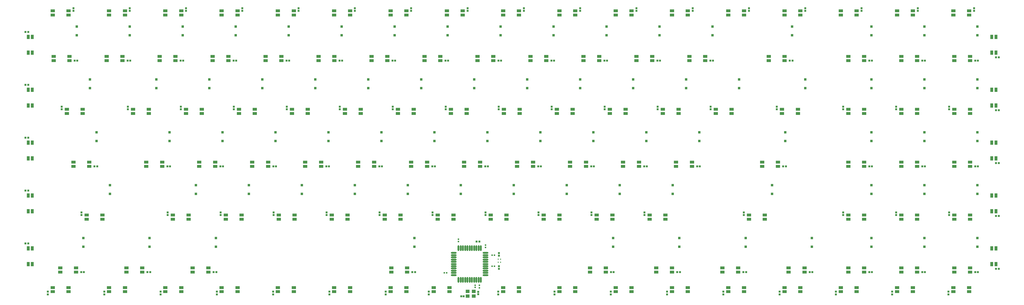
<source format=gbp>
G04*
G04 #@! TF.GenerationSoftware,Altium Limited,Altium Designer,20.1.14 (287)*
G04*
G04 Layer_Color=128*
%FSLAX25Y25*%
%MOIN*%
G70*
G04*
G04 #@! TF.SameCoordinates,5E7EC535-6302-435E-A40C-08F812187638*
G04*
G04*
G04 #@! TF.FilePolarity,Positive*
G04*
G01*
G75*
%ADD33R,0.05906X0.03937*%
%ADD34R,0.02835X0.02992*%
%ADD35R,0.03937X0.05906*%
%ADD36R,0.02992X0.02835*%
%ADD37R,0.03740X0.03543*%
%ADD38R,0.05512X0.04724*%
%ADD39R,0.02047X0.02047*%
%ADD40R,0.02047X0.02047*%
%ADD41O,0.02362X0.08071*%
%ADD42O,0.08071X0.02362*%
%ADD43R,0.02165X0.02165*%
%ADD44R,0.01772X0.01772*%
%ADD45R,0.02677X0.02520*%
%ADD46R,0.02520X0.02677*%
D33*
X947783Y16679D02*
D03*
X925342D02*
D03*
Y10773D02*
D03*
X947783D02*
D03*
X1027470Y16679D02*
D03*
X1005029D02*
D03*
Y10773D02*
D03*
X1027470D02*
D03*
X1107158Y16679D02*
D03*
X1084717D02*
D03*
Y10773D02*
D03*
X1107158D02*
D03*
X1186845Y16679D02*
D03*
X1164404D02*
D03*
Y10773D02*
D03*
X1186845D02*
D03*
X1266533Y16679D02*
D03*
X1244092D02*
D03*
Y10773D02*
D03*
X1266533D02*
D03*
X1346220Y16679D02*
D03*
X1323779D02*
D03*
Y10773D02*
D03*
X1346220D02*
D03*
X71220Y16679D02*
D03*
X48779D02*
D03*
Y10773D02*
D03*
X71220D02*
D03*
X150908Y16679D02*
D03*
X128467D02*
D03*
Y10773D02*
D03*
X150908D02*
D03*
X230595Y16679D02*
D03*
X208155D02*
D03*
Y10773D02*
D03*
X230595D02*
D03*
X310283Y16679D02*
D03*
X287842D02*
D03*
Y10773D02*
D03*
X310283D02*
D03*
X389970Y16679D02*
D03*
X367530D02*
D03*
Y10773D02*
D03*
X389970D02*
D03*
X469658Y16679D02*
D03*
X447217D02*
D03*
Y10773D02*
D03*
X469658D02*
D03*
X549345Y16679D02*
D03*
X526904D02*
D03*
Y10773D02*
D03*
X549345D02*
D03*
X610433Y16679D02*
D03*
X587992D02*
D03*
Y10773D02*
D03*
X610433D02*
D03*
X708720Y16679D02*
D03*
X686279D02*
D03*
Y10773D02*
D03*
X708720D02*
D03*
X788408Y16679D02*
D03*
X765967D02*
D03*
Y10773D02*
D03*
X788408D02*
D03*
X868095Y16679D02*
D03*
X845654D02*
D03*
Y10773D02*
D03*
X868095D02*
D03*
X447217Y403121D02*
D03*
X469658D02*
D03*
Y409027D02*
D03*
X447217D02*
D03*
X367530Y403121D02*
D03*
X389970D02*
D03*
Y409027D02*
D03*
X367530D02*
D03*
X287842Y403121D02*
D03*
X310283D02*
D03*
Y409027D02*
D03*
X287842D02*
D03*
X208155Y403121D02*
D03*
X230595D02*
D03*
Y409027D02*
D03*
X208155D02*
D03*
X128467Y403121D02*
D03*
X150908D02*
D03*
Y409027D02*
D03*
X128467D02*
D03*
X48779Y403121D02*
D03*
X71220D02*
D03*
Y409027D02*
D03*
X48779D02*
D03*
X1323779Y403121D02*
D03*
X1346220D02*
D03*
Y409027D02*
D03*
X1323779D02*
D03*
X1244092Y403121D02*
D03*
X1266533D02*
D03*
Y409027D02*
D03*
X1244092D02*
D03*
X1164404Y403121D02*
D03*
X1186845D02*
D03*
Y409027D02*
D03*
X1164404D02*
D03*
X1084717Y403121D02*
D03*
X1107158D02*
D03*
Y409027D02*
D03*
X1084717D02*
D03*
X1005029Y403121D02*
D03*
X1027470D02*
D03*
Y409027D02*
D03*
X1005029D02*
D03*
X925342Y403121D02*
D03*
X947783D02*
D03*
Y409027D02*
D03*
X925342D02*
D03*
X845654Y403121D02*
D03*
X868095D02*
D03*
Y409027D02*
D03*
X845654D02*
D03*
X765967Y403121D02*
D03*
X788408D02*
D03*
Y409027D02*
D03*
X765967D02*
D03*
X686279Y403121D02*
D03*
X708720D02*
D03*
Y409027D02*
D03*
X686279D02*
D03*
X606592Y403121D02*
D03*
X629033D02*
D03*
Y409027D02*
D03*
X606592D02*
D03*
X526904Y403121D02*
D03*
X549345D02*
D03*
Y409027D02*
D03*
X526904D02*
D03*
X147352Y344396D02*
D03*
Y338491D02*
D03*
X124911D02*
D03*
Y344396D02*
D03*
X199911D02*
D03*
Y338491D02*
D03*
X222352D02*
D03*
Y344396D02*
D03*
X297352D02*
D03*
Y338491D02*
D03*
X274911D02*
D03*
Y344396D02*
D03*
X349911D02*
D03*
Y338491D02*
D03*
X372352D02*
D03*
Y344396D02*
D03*
X447345D02*
D03*
Y338491D02*
D03*
X424904D02*
D03*
Y344396D02*
D03*
X499908Y344400D02*
D03*
Y338495D02*
D03*
X522349D02*
D03*
Y344400D02*
D03*
X672353Y344396D02*
D03*
Y338491D02*
D03*
X649912D02*
D03*
Y344396D02*
D03*
X724912D02*
D03*
Y338491D02*
D03*
X747353D02*
D03*
Y344396D02*
D03*
X822353D02*
D03*
Y338491D02*
D03*
X799912D02*
D03*
Y344396D02*
D03*
X874912D02*
D03*
Y338491D02*
D03*
X897353D02*
D03*
Y344396D02*
D03*
X972353D02*
D03*
Y338491D02*
D03*
X949912D02*
D03*
Y344396D02*
D03*
X1062412D02*
D03*
Y338491D02*
D03*
X1084853D02*
D03*
Y344396D02*
D03*
X1197353D02*
D03*
Y338491D02*
D03*
X1174912D02*
D03*
Y344396D02*
D03*
X1249909Y344399D02*
D03*
Y338493D02*
D03*
X1272350D02*
D03*
Y344399D02*
D03*
X1347353Y344396D02*
D03*
Y338491D02*
D03*
X1324912D02*
D03*
Y344396D02*
D03*
X78033Y194393D02*
D03*
Y188488D02*
D03*
X100474D02*
D03*
Y194393D02*
D03*
X203599Y194394D02*
D03*
Y188488D02*
D03*
X181158D02*
D03*
Y194394D02*
D03*
X256158D02*
D03*
Y188488D02*
D03*
X278599D02*
D03*
Y194394D02*
D03*
X353599D02*
D03*
Y188488D02*
D03*
X331158D02*
D03*
Y194394D02*
D03*
X406159Y194394D02*
D03*
Y188488D02*
D03*
X428600D02*
D03*
Y194394D02*
D03*
X503599Y194394D02*
D03*
Y188489D02*
D03*
X481158D02*
D03*
Y194394D02*
D03*
X556158D02*
D03*
Y188489D02*
D03*
X578599D02*
D03*
Y194394D02*
D03*
X653599D02*
D03*
Y188489D02*
D03*
X631158D02*
D03*
Y194394D02*
D03*
X706158D02*
D03*
Y188489D02*
D03*
X728599D02*
D03*
Y194394D02*
D03*
X803599D02*
D03*
Y188489D02*
D03*
X781158D02*
D03*
Y194394D02*
D03*
X856158D02*
D03*
Y188489D02*
D03*
X878599D02*
D03*
Y194394D02*
D03*
X953599D02*
D03*
Y188489D02*
D03*
X931158D02*
D03*
Y194394D02*
D03*
X1053032D02*
D03*
Y188489D02*
D03*
X1075473D02*
D03*
Y194394D02*
D03*
X1112973Y44395D02*
D03*
Y38489D02*
D03*
X1090532D02*
D03*
Y44395D02*
D03*
X1174912Y194396D02*
D03*
Y188491D02*
D03*
X1197353D02*
D03*
Y194396D02*
D03*
X1272353D02*
D03*
Y188491D02*
D03*
X1249912D02*
D03*
Y194396D02*
D03*
X1324912Y194396D02*
D03*
Y188491D02*
D03*
X1347353D02*
D03*
Y194396D02*
D03*
X81724Y44394D02*
D03*
Y38488D02*
D03*
X59283D02*
D03*
Y44394D02*
D03*
X153033Y44394D02*
D03*
Y38489D02*
D03*
X175474D02*
D03*
Y44394D02*
D03*
X269224Y44394D02*
D03*
Y38489D02*
D03*
X246783D02*
D03*
Y44394D02*
D03*
X528032Y44395D02*
D03*
Y38489D02*
D03*
X550473D02*
D03*
Y44395D02*
D03*
X831725D02*
D03*
Y38489D02*
D03*
X809284D02*
D03*
Y44395D02*
D03*
X903032D02*
D03*
Y38489D02*
D03*
X925473D02*
D03*
Y44395D02*
D03*
X1019225D02*
D03*
Y38489D02*
D03*
X996784D02*
D03*
Y44395D02*
D03*
X1174912Y44397D02*
D03*
Y38491D02*
D03*
X1197353D02*
D03*
Y44397D02*
D03*
X1347353Y44397D02*
D03*
Y38491D02*
D03*
X1324912D02*
D03*
Y44397D02*
D03*
X49908Y344399D02*
D03*
Y338493D02*
D03*
X72349D02*
D03*
Y344399D02*
D03*
X1272353Y44397D02*
D03*
Y38491D02*
D03*
X1249912D02*
D03*
Y44397D02*
D03*
X574912Y344396D02*
D03*
Y338491D02*
D03*
X597353D02*
D03*
Y344396D02*
D03*
X184852Y269396D02*
D03*
Y263491D02*
D03*
X162411D02*
D03*
Y269396D02*
D03*
X259852D02*
D03*
Y263491D02*
D03*
X237411D02*
D03*
Y269396D02*
D03*
X334852D02*
D03*
Y263491D02*
D03*
X312411D02*
D03*
Y269396D02*
D03*
X409853Y269397D02*
D03*
Y263491D02*
D03*
X387411D02*
D03*
Y269397D02*
D03*
X484853Y269396D02*
D03*
Y263491D02*
D03*
X462412D02*
D03*
Y269396D02*
D03*
X634853D02*
D03*
Y263491D02*
D03*
X612412D02*
D03*
Y269396D02*
D03*
X709853D02*
D03*
Y263491D02*
D03*
X687412D02*
D03*
Y269396D02*
D03*
X784853D02*
D03*
Y263491D02*
D03*
X762412D02*
D03*
Y269396D02*
D03*
X859853D02*
D03*
Y263491D02*
D03*
X837412D02*
D03*
Y269396D02*
D03*
X934853D02*
D03*
Y263491D02*
D03*
X912412D02*
D03*
Y269396D02*
D03*
X1009853D02*
D03*
Y263491D02*
D03*
X987412D02*
D03*
Y269396D02*
D03*
X1103599Y269394D02*
D03*
Y263489D02*
D03*
X1081158D02*
D03*
Y269394D02*
D03*
X1197353Y269396D02*
D03*
Y263491D02*
D03*
X1174912D02*
D03*
Y269396D02*
D03*
X1272353D02*
D03*
Y263491D02*
D03*
X1249912D02*
D03*
Y269396D02*
D03*
X1347353Y269396D02*
D03*
Y263491D02*
D03*
X1324912D02*
D03*
Y269396D02*
D03*
X119224Y119394D02*
D03*
Y113488D02*
D03*
X96783D02*
D03*
Y119394D02*
D03*
X241099Y119394D02*
D03*
Y113488D02*
D03*
X218658D02*
D03*
Y119394D02*
D03*
X316099D02*
D03*
Y113488D02*
D03*
X293658D02*
D03*
Y119394D02*
D03*
X391100Y119394D02*
D03*
Y113489D02*
D03*
X368659D02*
D03*
Y119394D02*
D03*
X466099Y119395D02*
D03*
Y113489D02*
D03*
X443658D02*
D03*
Y119395D02*
D03*
X541099D02*
D03*
Y113489D02*
D03*
X518658D02*
D03*
Y119395D02*
D03*
X616099D02*
D03*
Y113489D02*
D03*
X593658D02*
D03*
Y119395D02*
D03*
X691099D02*
D03*
Y113489D02*
D03*
X668658D02*
D03*
Y119395D02*
D03*
X766099D02*
D03*
Y113489D02*
D03*
X743658D02*
D03*
Y119395D02*
D03*
X841099D02*
D03*
Y113489D02*
D03*
X818658D02*
D03*
Y119395D02*
D03*
X916099D02*
D03*
Y113489D02*
D03*
X893658D02*
D03*
Y119395D02*
D03*
X1056725D02*
D03*
Y113489D02*
D03*
X1034284D02*
D03*
Y119395D02*
D03*
X1197353Y119397D02*
D03*
Y113491D02*
D03*
X1174912D02*
D03*
Y119397D02*
D03*
X1272353D02*
D03*
Y113491D02*
D03*
X1249912D02*
D03*
Y119397D02*
D03*
X1347353Y119397D02*
D03*
Y113491D02*
D03*
X1324912D02*
D03*
Y119397D02*
D03*
X91099Y269393D02*
D03*
Y263488D02*
D03*
X68658D02*
D03*
Y269393D02*
D03*
X559853Y269396D02*
D03*
Y263491D02*
D03*
X537412D02*
D03*
Y269396D02*
D03*
D34*
X918462Y10746D02*
D03*
Y6887D02*
D03*
X998149Y10746D02*
D03*
Y6887D02*
D03*
X1077837Y10746D02*
D03*
Y6887D02*
D03*
X1157524Y10746D02*
D03*
Y6887D02*
D03*
X1237212Y10746D02*
D03*
Y6887D02*
D03*
X1316899Y10746D02*
D03*
Y6887D02*
D03*
X41899Y10746D02*
D03*
Y6887D02*
D03*
X121587Y10746D02*
D03*
Y6887D02*
D03*
X201274Y10746D02*
D03*
Y6887D02*
D03*
X280962Y10746D02*
D03*
Y6887D02*
D03*
X360649Y10746D02*
D03*
Y6887D02*
D03*
X440337Y10746D02*
D03*
Y6887D02*
D03*
X520024Y10746D02*
D03*
Y6887D02*
D03*
X581112Y10746D02*
D03*
Y6887D02*
D03*
X679399Y10746D02*
D03*
Y6887D02*
D03*
X759087Y10746D02*
D03*
Y6887D02*
D03*
X838774Y10746D02*
D03*
Y6887D02*
D03*
X476538Y409054D02*
D03*
Y412913D02*
D03*
X396850Y409054D02*
D03*
Y412913D02*
D03*
X317163Y409054D02*
D03*
Y412913D02*
D03*
X237475Y409054D02*
D03*
Y412913D02*
D03*
X157788Y409054D02*
D03*
Y412913D02*
D03*
X78101Y409054D02*
D03*
Y412913D02*
D03*
X1353100Y409054D02*
D03*
Y412913D02*
D03*
X1273413Y409054D02*
D03*
Y412913D02*
D03*
X1193725Y409054D02*
D03*
Y412913D02*
D03*
X1114038Y409054D02*
D03*
Y412913D02*
D03*
X1034350Y409054D02*
D03*
Y412913D02*
D03*
X954663Y409054D02*
D03*
Y412913D02*
D03*
X874975Y409054D02*
D03*
Y412913D02*
D03*
X795288Y409054D02*
D03*
Y412913D02*
D03*
X715600Y409054D02*
D03*
Y412913D02*
D03*
X635913Y409054D02*
D03*
Y412913D02*
D03*
X556225Y409054D02*
D03*
Y412913D02*
D03*
X155131Y269484D02*
D03*
Y273342D02*
D03*
X230131Y269484D02*
D03*
Y273342D02*
D03*
X305131Y269484D02*
D03*
Y273342D02*
D03*
X380132Y269485D02*
D03*
Y273343D02*
D03*
X455132Y269484D02*
D03*
Y273342D02*
D03*
X605132Y269484D02*
D03*
Y273342D02*
D03*
X680132Y269484D02*
D03*
Y273342D02*
D03*
X755132Y269484D02*
D03*
Y273342D02*
D03*
X830132Y269484D02*
D03*
Y273342D02*
D03*
X905132Y269484D02*
D03*
Y273342D02*
D03*
X980132Y269484D02*
D03*
Y273342D02*
D03*
X1073878Y269482D02*
D03*
Y273341D02*
D03*
X1167632Y269484D02*
D03*
Y273342D02*
D03*
X1242632Y269484D02*
D03*
Y273342D02*
D03*
X1317632Y269484D02*
D03*
Y273342D02*
D03*
X89503Y119481D02*
D03*
Y123340D02*
D03*
X211379Y119482D02*
D03*
Y123340D02*
D03*
X286379Y119482D02*
D03*
Y123340D02*
D03*
X361379Y119482D02*
D03*
Y123340D02*
D03*
X436378Y119483D02*
D03*
Y123341D02*
D03*
X511378Y119483D02*
D03*
Y123341D02*
D03*
X586378Y119483D02*
D03*
Y123341D02*
D03*
X661378Y119483D02*
D03*
Y123341D02*
D03*
X736378Y119483D02*
D03*
Y123341D02*
D03*
X811378Y119483D02*
D03*
Y123341D02*
D03*
X886378Y119483D02*
D03*
Y123341D02*
D03*
X1027005Y119483D02*
D03*
Y123341D02*
D03*
X1167632Y119484D02*
D03*
Y123343D02*
D03*
X1242632Y119484D02*
D03*
Y123343D02*
D03*
X1317632Y119485D02*
D03*
Y123343D02*
D03*
X61378Y269481D02*
D03*
Y273340D02*
D03*
X530132Y269484D02*
D03*
Y273342D02*
D03*
X680315Y43071D02*
D03*
Y46850D02*
D03*
Y61890D02*
D03*
Y65669D02*
D03*
D35*
X1378121Y72350D02*
D03*
Y49909D02*
D03*
X1384027D02*
D03*
Y72350D02*
D03*
X1378121Y147349D02*
D03*
Y124908D02*
D03*
X1384027D02*
D03*
Y147349D02*
D03*
X1378121Y222349D02*
D03*
Y199908D02*
D03*
X1384027D02*
D03*
Y222349D02*
D03*
X1378121Y297349D02*
D03*
Y274908D02*
D03*
X1384027D02*
D03*
Y297349D02*
D03*
X19879Y349910D02*
D03*
Y372352D02*
D03*
X13973D02*
D03*
Y349910D02*
D03*
X19879Y274905D02*
D03*
Y297346D02*
D03*
X13973D02*
D03*
Y274905D02*
D03*
X19879Y199905D02*
D03*
Y222346D02*
D03*
X13973D02*
D03*
Y199905D02*
D03*
X19879Y124905D02*
D03*
Y147346D02*
D03*
X13973D02*
D03*
Y124905D02*
D03*
X19879Y49905D02*
D03*
Y72346D02*
D03*
X13973D02*
D03*
Y49905D02*
D03*
X1378121Y372349D02*
D03*
Y349908D02*
D03*
X1384027D02*
D03*
Y372349D02*
D03*
D36*
X1384054Y43029D02*
D03*
X1387912D02*
D03*
X1384054Y118028D02*
D03*
X1387912D02*
D03*
X1384054Y193028D02*
D03*
X1387912D02*
D03*
X1384054Y268028D02*
D03*
X1387912D02*
D03*
X13946Y379232D02*
D03*
X10087D02*
D03*
X13946Y304226D02*
D03*
X10087D02*
D03*
X13946Y229226D02*
D03*
X10087D02*
D03*
X13946Y154226D02*
D03*
X10087D02*
D03*
X13946Y79226D02*
D03*
X10087D02*
D03*
X1384054Y343028D02*
D03*
X1387912D02*
D03*
X154669Y338491D02*
D03*
X158527D02*
D03*
X233527D02*
D03*
X229669D02*
D03*
X304669D02*
D03*
X308527D02*
D03*
X383527D02*
D03*
X379669D02*
D03*
X454662D02*
D03*
X458520D02*
D03*
X533524Y338495D02*
D03*
X529666D02*
D03*
X679670Y338491D02*
D03*
X683528D02*
D03*
X758528D02*
D03*
X754670D02*
D03*
X829670D02*
D03*
X833528D02*
D03*
X908528D02*
D03*
X904670D02*
D03*
X979670D02*
D03*
X983528D02*
D03*
X1096028D02*
D03*
X1092170D02*
D03*
X1204670D02*
D03*
X1208528D02*
D03*
X1283525Y338493D02*
D03*
X1279667D02*
D03*
X1354670Y338491D02*
D03*
X1358528D02*
D03*
X111649Y188488D02*
D03*
X107791D02*
D03*
X210916Y188488D02*
D03*
X214774D02*
D03*
X289774D02*
D03*
X285916D02*
D03*
X360916D02*
D03*
X364774D02*
D03*
X439775Y188488D02*
D03*
X435916D02*
D03*
X510916Y188489D02*
D03*
X514774D02*
D03*
X589774D02*
D03*
X585916D02*
D03*
X660916D02*
D03*
X664774D02*
D03*
X739774D02*
D03*
X735916D02*
D03*
X810916D02*
D03*
X814774D02*
D03*
X889774D02*
D03*
X885916D02*
D03*
X960916D02*
D03*
X964774D02*
D03*
X1086648D02*
D03*
X1082790D02*
D03*
X1120290Y38489D02*
D03*
X1124148D02*
D03*
X1208528Y188491D02*
D03*
X1204670D02*
D03*
X1279670D02*
D03*
X1283528D02*
D03*
X1358528Y188491D02*
D03*
X1354670D02*
D03*
X89041Y38488D02*
D03*
X92899D02*
D03*
X186649Y38489D02*
D03*
X182791D02*
D03*
X276541Y38489D02*
D03*
X280399D02*
D03*
X561648Y38489D02*
D03*
X557790D02*
D03*
X839042D02*
D03*
X842900D02*
D03*
X936648D02*
D03*
X932790D02*
D03*
X1026542D02*
D03*
X1030400D02*
D03*
X1208528Y38491D02*
D03*
X1204670D02*
D03*
X1354670Y38491D02*
D03*
X1358528D02*
D03*
X83524Y338493D02*
D03*
X79666D02*
D03*
X1279670Y38491D02*
D03*
X1283528D02*
D03*
X608528Y338491D02*
D03*
X604670D02*
D03*
X648858Y81890D02*
D03*
X652716D02*
D03*
D37*
X157739Y386853D02*
D03*
X157739Y374452D02*
D03*
X232739D02*
D03*
X232739Y386853D02*
D03*
X307739D02*
D03*
X307739Y374452D02*
D03*
X382739D02*
D03*
X382739Y386853D02*
D03*
X457732D02*
D03*
X457732Y374452D02*
D03*
X532736Y374455D02*
D03*
X532736Y386857D02*
D03*
X682740Y386853D02*
D03*
X682740Y374452D02*
D03*
X757740D02*
D03*
X757740Y386853D02*
D03*
X832740D02*
D03*
X832740Y374452D02*
D03*
X907740D02*
D03*
X907740Y386853D02*
D03*
X982740D02*
D03*
X982740Y374452D02*
D03*
X1095240D02*
D03*
X1095240Y386853D02*
D03*
X1207740D02*
D03*
X1207740Y374452D02*
D03*
X1282737Y374454D02*
D03*
X1282737Y386856D02*
D03*
X1357740Y386853D02*
D03*
X1357740Y374452D02*
D03*
X110861Y224448D02*
D03*
X110861Y236850D02*
D03*
X213986Y236850D02*
D03*
X213986Y224449D02*
D03*
X288986D02*
D03*
X288986Y236850D02*
D03*
X363986D02*
D03*
X363986Y224449D02*
D03*
X438986Y224449D02*
D03*
X438986Y236851D02*
D03*
X513986Y236851D02*
D03*
X513986Y224450D02*
D03*
X588986D02*
D03*
X588986Y236851D02*
D03*
X663986D02*
D03*
X663986Y224450D02*
D03*
X738986D02*
D03*
X738986Y236851D02*
D03*
X813986D02*
D03*
X813986Y224450D02*
D03*
X888986D02*
D03*
X888986Y236851D02*
D03*
X963986D02*
D03*
X963986Y224450D02*
D03*
X1085860D02*
D03*
X1085860Y236851D02*
D03*
X1123360Y86852D02*
D03*
X1123360Y74450D02*
D03*
X1207740Y224452D02*
D03*
X1207740Y236853D02*
D03*
X1282740D02*
D03*
X1282740Y224452D02*
D03*
X1357740Y224452D02*
D03*
X1357740Y236853D02*
D03*
X92111Y86851D02*
D03*
X92111Y74449D02*
D03*
X185861Y74449D02*
D03*
X185861Y86851D02*
D03*
X279611Y86851D02*
D03*
X279611Y74449D02*
D03*
X560860Y74450D02*
D03*
X560860Y86852D02*
D03*
X842112D02*
D03*
X842112Y74450D02*
D03*
X935860D02*
D03*
X935860Y86852D02*
D03*
X1029612D02*
D03*
X1029612Y74450D02*
D03*
X1207740Y74452D02*
D03*
X1207740Y86854D02*
D03*
X1357740Y86854D02*
D03*
X1357740Y74452D02*
D03*
X82736Y374454D02*
D03*
X82736Y386856D02*
D03*
X1282740Y86854D02*
D03*
X1282740Y74452D02*
D03*
X607740Y374452D02*
D03*
X607740Y386853D02*
D03*
X195239Y311853D02*
D03*
X195239Y299452D02*
D03*
X270239Y311853D02*
D03*
X270239Y299452D02*
D03*
X345239Y311853D02*
D03*
X345239Y299452D02*
D03*
X420239Y311854D02*
D03*
X420239Y299452D02*
D03*
X495240Y311853D02*
D03*
X495240Y299452D02*
D03*
X645240Y311853D02*
D03*
X645240Y299452D02*
D03*
X720240Y311853D02*
D03*
X720240Y299452D02*
D03*
X795240Y311853D02*
D03*
X795240Y299452D02*
D03*
X870240Y311853D02*
D03*
X870240Y299452D02*
D03*
X945240Y311853D02*
D03*
X945240Y299452D02*
D03*
X1020240Y311853D02*
D03*
X1020240Y299452D02*
D03*
X1113986Y311851D02*
D03*
X1113986Y299450D02*
D03*
X1207740Y311853D02*
D03*
X1207740Y299452D02*
D03*
X1282740Y311853D02*
D03*
X1282740Y299452D02*
D03*
X1357740Y311853D02*
D03*
X1357740Y299452D02*
D03*
X129611Y161850D02*
D03*
X129611Y149449D02*
D03*
X251486Y161851D02*
D03*
X251486Y149449D02*
D03*
X326486Y161851D02*
D03*
X326486Y149449D02*
D03*
X401486Y161851D02*
D03*
X401486Y149450D02*
D03*
X476486Y161852D02*
D03*
X476486Y149450D02*
D03*
X551486Y161852D02*
D03*
X551486Y149450D02*
D03*
X626486Y161852D02*
D03*
X626486Y149450D02*
D03*
X701486Y161852D02*
D03*
X701486Y149450D02*
D03*
X776486Y161852D02*
D03*
X776486Y149450D02*
D03*
X851486Y161852D02*
D03*
X851486Y149450D02*
D03*
X926486Y161852D02*
D03*
X926486Y149450D02*
D03*
X1067112Y161852D02*
D03*
X1067112Y149450D02*
D03*
X1207740Y161854D02*
D03*
X1207740Y149452D02*
D03*
X1282740Y161854D02*
D03*
X1282740Y149452D02*
D03*
X1357740Y161854D02*
D03*
X1357740Y149452D02*
D03*
X101486Y311850D02*
D03*
X101486Y299449D02*
D03*
X570240Y311853D02*
D03*
X570240Y299452D02*
D03*
D38*
X644882Y4528D02*
D03*
X636221D02*
D03*
X644882Y11220D02*
D03*
X636221D02*
D03*
D39*
X670866Y62598D02*
D03*
Y46850D02*
D03*
X606299Y37402D02*
D03*
X674016Y62598D02*
D03*
X603150Y37402D02*
D03*
X674016Y46850D02*
D03*
D40*
X661417Y73622D02*
D03*
X623228Y81890D02*
D03*
X646589Y19906D02*
D03*
X623228Y85039D02*
D03*
X646589Y16757D02*
D03*
X661417Y76772D02*
D03*
D41*
X654724Y72441D02*
D03*
X623228D02*
D03*
X648425Y27559D02*
D03*
X623228D02*
D03*
X635827D02*
D03*
X632677D02*
D03*
X629528D02*
D03*
X626378D02*
D03*
X629528Y72441D02*
D03*
X626378D02*
D03*
X635827D02*
D03*
X632677D02*
D03*
X638976Y27559D02*
D03*
X645276D02*
D03*
X642126D02*
D03*
X651575D02*
D03*
X654724D02*
D03*
X638976Y72441D02*
D03*
X642126D02*
D03*
X648425D02*
D03*
X645276D02*
D03*
X651575D02*
D03*
D42*
X661417Y62598D02*
D03*
Y50000D02*
D03*
Y46850D02*
D03*
X616535Y37402D02*
D03*
Y34252D02*
D03*
Y40551D02*
D03*
Y50000D02*
D03*
Y53150D02*
D03*
Y43701D02*
D03*
Y46850D02*
D03*
Y62598D02*
D03*
Y65748D02*
D03*
Y56299D02*
D03*
Y59449D02*
D03*
X661417Y34252D02*
D03*
Y37402D02*
D03*
Y40551D02*
D03*
Y43701D02*
D03*
Y56299D02*
D03*
Y59449D02*
D03*
Y53150D02*
D03*
Y65748D02*
D03*
D43*
X652756Y16339D02*
D03*
Y19882D02*
D03*
D44*
X679528Y52362D02*
D03*
X682677D02*
D03*
X679528Y56693D02*
D03*
X682677D02*
D03*
D45*
X627008Y4331D02*
D03*
X630472D02*
D03*
D46*
X650925Y7155D02*
D03*
Y10620D02*
D03*
M02*

</source>
